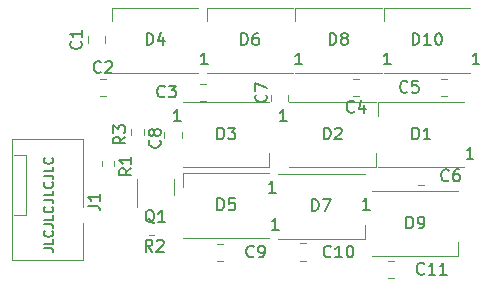
<source format=gbr>
%TF.GenerationSoftware,KiCad,Pcbnew,6.0.7-f9a2dced07~116~ubuntu20.04.1*%
%TF.CreationDate,2022-09-29T18:09:13+00:00*%
%TF.ProjectId,RGB,5247422e-6b69-4636-9164-5f7063625858,rev?*%
%TF.SameCoordinates,Original*%
%TF.FileFunction,Legend,Top*%
%TF.FilePolarity,Positive*%
%FSLAX46Y46*%
G04 Gerber Fmt 4.6, Leading zero omitted, Abs format (unit mm)*
G04 Created by KiCad (PCBNEW 6.0.7-f9a2dced07~116~ubuntu20.04.1) date 2022-09-29 18:09:13*
%MOMM*%
%LPD*%
G01*
G04 APERTURE LIST*
%ADD10C,0.150000*%
%ADD11C,0.120000*%
G04 APERTURE END LIST*
D10*
X106061904Y-99695238D02*
X106633333Y-99695238D01*
X106747619Y-99733333D01*
X106823809Y-99809523D01*
X106861904Y-99923809D01*
X106861904Y-100000000D01*
X106861904Y-98933333D02*
X106861904Y-99314285D01*
X106061904Y-99314285D01*
X106785714Y-98209523D02*
X106823809Y-98247619D01*
X106861904Y-98361904D01*
X106861904Y-98438095D01*
X106823809Y-98552380D01*
X106747619Y-98628571D01*
X106671428Y-98666666D01*
X106519047Y-98704761D01*
X106404761Y-98704761D01*
X106252380Y-98666666D01*
X106176190Y-98628571D01*
X106100000Y-98552380D01*
X106061904Y-98438095D01*
X106061904Y-98361904D01*
X106100000Y-98247619D01*
X106138095Y-98209523D01*
X106061904Y-97638095D02*
X106633333Y-97638095D01*
X106747619Y-97676190D01*
X106823809Y-97752380D01*
X106861904Y-97866666D01*
X106861904Y-97942857D01*
X106861904Y-96876190D02*
X106861904Y-97257142D01*
X106061904Y-97257142D01*
X106785714Y-96152380D02*
X106823809Y-96190476D01*
X106861904Y-96304761D01*
X106861904Y-96380952D01*
X106823809Y-96495238D01*
X106747619Y-96571428D01*
X106671428Y-96609523D01*
X106519047Y-96647619D01*
X106404761Y-96647619D01*
X106252380Y-96609523D01*
X106176190Y-96571428D01*
X106100000Y-96495238D01*
X106061904Y-96380952D01*
X106061904Y-96304761D01*
X106100000Y-96190476D01*
X106138095Y-96152380D01*
X106061904Y-95580952D02*
X106633333Y-95580952D01*
X106747619Y-95619047D01*
X106823809Y-95695238D01*
X106861904Y-95809523D01*
X106861904Y-95885714D01*
X106861904Y-94819047D02*
X106861904Y-95200000D01*
X106061904Y-95200000D01*
X106785714Y-94095238D02*
X106823809Y-94133333D01*
X106861904Y-94247619D01*
X106861904Y-94323809D01*
X106823809Y-94438095D01*
X106747619Y-94514285D01*
X106671428Y-94552380D01*
X106519047Y-94590476D01*
X106404761Y-94590476D01*
X106252380Y-94552380D01*
X106176190Y-94514285D01*
X106100000Y-94438095D01*
X106061904Y-94323809D01*
X106061904Y-94247619D01*
X106100000Y-94133333D01*
X106138095Y-94095238D01*
X106061904Y-93523809D02*
X106633333Y-93523809D01*
X106747619Y-93561904D01*
X106823809Y-93638095D01*
X106861904Y-93752380D01*
X106861904Y-93828571D01*
X106861904Y-92761904D02*
X106861904Y-93142857D01*
X106061904Y-93142857D01*
X106785714Y-92038095D02*
X106823809Y-92076190D01*
X106861904Y-92190476D01*
X106861904Y-92266666D01*
X106823809Y-92380952D01*
X106747619Y-92457142D01*
X106671428Y-92495238D01*
X106519047Y-92533333D01*
X106404761Y-92533333D01*
X106252380Y-92495238D01*
X106176190Y-92457142D01*
X106100000Y-92380952D01*
X106061904Y-92266666D01*
X106061904Y-92190476D01*
X106100000Y-92076190D01*
X106138095Y-92038095D01*
%TO.C,R3*%
X112952380Y-90228924D02*
X112476190Y-90562258D01*
X112952380Y-90800353D02*
X111952380Y-90800353D01*
X111952380Y-90419400D01*
X112000000Y-90324162D01*
X112047619Y-90276543D01*
X112142857Y-90228924D01*
X112285714Y-90228924D01*
X112380952Y-90276543D01*
X112428571Y-90324162D01*
X112476190Y-90419400D01*
X112476190Y-90800353D01*
X111952380Y-89895591D02*
X111952380Y-89276543D01*
X112333333Y-89609877D01*
X112333333Y-89467019D01*
X112380952Y-89371781D01*
X112428571Y-89324162D01*
X112523809Y-89276543D01*
X112761904Y-89276543D01*
X112857142Y-89324162D01*
X112904761Y-89371781D01*
X112952380Y-89467019D01*
X112952380Y-89752734D01*
X112904761Y-89847972D01*
X112857142Y-89895591D01*
%TO.C,R2*%
X115245591Y-99952380D02*
X114912258Y-99476190D01*
X114674162Y-99952380D02*
X114674162Y-98952380D01*
X115055115Y-98952380D01*
X115150353Y-99000000D01*
X115197972Y-99047619D01*
X115245591Y-99142857D01*
X115245591Y-99285714D01*
X115197972Y-99380952D01*
X115150353Y-99428571D01*
X115055115Y-99476190D01*
X114674162Y-99476190D01*
X115626543Y-99047619D02*
X115674162Y-99000000D01*
X115769400Y-98952380D01*
X116007496Y-98952380D01*
X116102734Y-99000000D01*
X116150353Y-99047619D01*
X116197972Y-99142857D01*
X116197972Y-99238095D01*
X116150353Y-99380952D01*
X115578924Y-99952380D01*
X116197972Y-99952380D01*
%TO.C,R1*%
X113452380Y-92903924D02*
X112976190Y-93237258D01*
X113452380Y-93475353D02*
X112452380Y-93475353D01*
X112452380Y-93094400D01*
X112500000Y-92999162D01*
X112547619Y-92951543D01*
X112642857Y-92903924D01*
X112785714Y-92903924D01*
X112880952Y-92951543D01*
X112928571Y-92999162D01*
X112976190Y-93094400D01*
X112976190Y-93475353D01*
X113452380Y-91951543D02*
X113452380Y-92522972D01*
X113452380Y-92237258D02*
X112452380Y-92237258D01*
X112595238Y-92332496D01*
X112690476Y-92427734D01*
X112738095Y-92522972D01*
%TO.C,Q1*%
X115404761Y-97547619D02*
X115309523Y-97500000D01*
X115214285Y-97404761D01*
X115071428Y-97261904D01*
X114976190Y-97214285D01*
X114880952Y-97214285D01*
X114928571Y-97452380D02*
X114833333Y-97404761D01*
X114738095Y-97309523D01*
X114690476Y-97119047D01*
X114690476Y-96785714D01*
X114738095Y-96595238D01*
X114833333Y-96500000D01*
X114928571Y-96452380D01*
X115119047Y-96452380D01*
X115214285Y-96500000D01*
X115309523Y-96595238D01*
X115357142Y-96785714D01*
X115357142Y-97119047D01*
X115309523Y-97309523D01*
X115214285Y-97404761D01*
X115119047Y-97452380D01*
X114928571Y-97452380D01*
X116309523Y-97452380D02*
X115738095Y-97452380D01*
X116023809Y-97452380D02*
X116023809Y-96452380D01*
X115928571Y-96595238D01*
X115833333Y-96690476D01*
X115738095Y-96738095D01*
%TO.C,J1*%
X109802380Y-96083333D02*
X110516666Y-96083333D01*
X110659523Y-96130952D01*
X110754761Y-96226190D01*
X110802380Y-96369047D01*
X110802380Y-96464285D01*
X110802380Y-95083333D02*
X110802380Y-95654761D01*
X110802380Y-95369047D02*
X109802380Y-95369047D01*
X109945238Y-95464285D01*
X110040476Y-95559523D01*
X110088095Y-95654761D01*
%TO.C,D10*%
X137285714Y-82452380D02*
X137285714Y-81452380D01*
X137523809Y-81452380D01*
X137666666Y-81500000D01*
X137761904Y-81595238D01*
X137809523Y-81690476D01*
X137857142Y-81880952D01*
X137857142Y-82023809D01*
X137809523Y-82214285D01*
X137761904Y-82309523D01*
X137666666Y-82404761D01*
X137523809Y-82452380D01*
X137285714Y-82452380D01*
X138809523Y-82452380D02*
X138238095Y-82452380D01*
X138523809Y-82452380D02*
X138523809Y-81452380D01*
X138428571Y-81595238D01*
X138333333Y-81690476D01*
X138238095Y-81738095D01*
X139428571Y-81452380D02*
X139523809Y-81452380D01*
X139619047Y-81500000D01*
X139666666Y-81547619D01*
X139714285Y-81642857D01*
X139761904Y-81833333D01*
X139761904Y-82071428D01*
X139714285Y-82261904D01*
X139666666Y-82357142D01*
X139619047Y-82404761D01*
X139523809Y-82452380D01*
X139428571Y-82452380D01*
X139333333Y-82404761D01*
X139285714Y-82357142D01*
X139238095Y-82261904D01*
X139190476Y-82071428D01*
X139190476Y-81833333D01*
X139238095Y-81642857D01*
X139285714Y-81547619D01*
X139333333Y-81500000D01*
X139428571Y-81452380D01*
X142935714Y-84102380D02*
X142364285Y-84102380D01*
X142650000Y-84102380D02*
X142650000Y-83102380D01*
X142554761Y-83245238D01*
X142459523Y-83340476D01*
X142364285Y-83388095D01*
%TO.C,D9*%
X136761904Y-98002380D02*
X136761904Y-97002380D01*
X137000000Y-97002380D01*
X137142857Y-97050000D01*
X137238095Y-97145238D01*
X137285714Y-97240476D01*
X137333333Y-97430952D01*
X137333333Y-97573809D01*
X137285714Y-97764285D01*
X137238095Y-97859523D01*
X137142857Y-97954761D01*
X137000000Y-98002380D01*
X136761904Y-98002380D01*
X137809523Y-98002380D02*
X138000000Y-98002380D01*
X138095238Y-97954761D01*
X138142857Y-97907142D01*
X138238095Y-97764285D01*
X138285714Y-97573809D01*
X138285714Y-97192857D01*
X138238095Y-97097619D01*
X138190476Y-97050000D01*
X138095238Y-97002380D01*
X137904761Y-97002380D01*
X137809523Y-97050000D01*
X137761904Y-97097619D01*
X137714285Y-97192857D01*
X137714285Y-97430952D01*
X137761904Y-97526190D01*
X137809523Y-97573809D01*
X137904761Y-97621428D01*
X138095238Y-97621428D01*
X138190476Y-97573809D01*
X138238095Y-97526190D01*
X138285714Y-97430952D01*
X133635714Y-96402380D02*
X133064285Y-96402380D01*
X133350000Y-96402380D02*
X133350000Y-95402380D01*
X133254761Y-95545238D01*
X133159523Y-95640476D01*
X133064285Y-95688095D01*
%TO.C,D8*%
X130261904Y-82452380D02*
X130261904Y-81452380D01*
X130500000Y-81452380D01*
X130642857Y-81500000D01*
X130738095Y-81595238D01*
X130785714Y-81690476D01*
X130833333Y-81880952D01*
X130833333Y-82023809D01*
X130785714Y-82214285D01*
X130738095Y-82309523D01*
X130642857Y-82404761D01*
X130500000Y-82452380D01*
X130261904Y-82452380D01*
X131404761Y-81880952D02*
X131309523Y-81833333D01*
X131261904Y-81785714D01*
X131214285Y-81690476D01*
X131214285Y-81642857D01*
X131261904Y-81547619D01*
X131309523Y-81500000D01*
X131404761Y-81452380D01*
X131595238Y-81452380D01*
X131690476Y-81500000D01*
X131738095Y-81547619D01*
X131785714Y-81642857D01*
X131785714Y-81690476D01*
X131738095Y-81785714D01*
X131690476Y-81833333D01*
X131595238Y-81880952D01*
X131404761Y-81880952D01*
X131309523Y-81928571D01*
X131261904Y-81976190D01*
X131214285Y-82071428D01*
X131214285Y-82261904D01*
X131261904Y-82357142D01*
X131309523Y-82404761D01*
X131404761Y-82452380D01*
X131595238Y-82452380D01*
X131690476Y-82404761D01*
X131738095Y-82357142D01*
X131785714Y-82261904D01*
X131785714Y-82071428D01*
X131738095Y-81976190D01*
X131690476Y-81928571D01*
X131595238Y-81880952D01*
X135435714Y-84102380D02*
X134864285Y-84102380D01*
X135150000Y-84102380D02*
X135150000Y-83102380D01*
X135054761Y-83245238D01*
X134959523Y-83340476D01*
X134864285Y-83388095D01*
%TO.C,D7*%
X128761904Y-96502380D02*
X128761904Y-95502380D01*
X129000000Y-95502380D01*
X129142857Y-95550000D01*
X129238095Y-95645238D01*
X129285714Y-95740476D01*
X129333333Y-95930952D01*
X129333333Y-96073809D01*
X129285714Y-96264285D01*
X129238095Y-96359523D01*
X129142857Y-96454761D01*
X129000000Y-96502380D01*
X128761904Y-96502380D01*
X129666666Y-95502380D02*
X130333333Y-95502380D01*
X129904761Y-96502380D01*
X125700714Y-94957380D02*
X125129285Y-94957380D01*
X125415000Y-94957380D02*
X125415000Y-93957380D01*
X125319761Y-94100238D01*
X125224523Y-94195476D01*
X125129285Y-94243095D01*
%TO.C,D6*%
X122761904Y-82452380D02*
X122761904Y-81452380D01*
X123000000Y-81452380D01*
X123142857Y-81500000D01*
X123238095Y-81595238D01*
X123285714Y-81690476D01*
X123333333Y-81880952D01*
X123333333Y-82023809D01*
X123285714Y-82214285D01*
X123238095Y-82309523D01*
X123142857Y-82404761D01*
X123000000Y-82452380D01*
X122761904Y-82452380D01*
X124190476Y-81452380D02*
X124000000Y-81452380D01*
X123904761Y-81500000D01*
X123857142Y-81547619D01*
X123761904Y-81690476D01*
X123714285Y-81880952D01*
X123714285Y-82261904D01*
X123761904Y-82357142D01*
X123809523Y-82404761D01*
X123904761Y-82452380D01*
X124095238Y-82452380D01*
X124190476Y-82404761D01*
X124238095Y-82357142D01*
X124285714Y-82261904D01*
X124285714Y-82023809D01*
X124238095Y-81928571D01*
X124190476Y-81880952D01*
X124095238Y-81833333D01*
X123904761Y-81833333D01*
X123809523Y-81880952D01*
X123761904Y-81928571D01*
X123714285Y-82023809D01*
X127935714Y-84102380D02*
X127364285Y-84102380D01*
X127650000Y-84102380D02*
X127650000Y-83102380D01*
X127554761Y-83245238D01*
X127459523Y-83340476D01*
X127364285Y-83388095D01*
%TO.C,D5*%
X120761904Y-96452380D02*
X120761904Y-95452380D01*
X121000000Y-95452380D01*
X121142857Y-95500000D01*
X121238095Y-95595238D01*
X121285714Y-95690476D01*
X121333333Y-95880952D01*
X121333333Y-96023809D01*
X121285714Y-96214285D01*
X121238095Y-96309523D01*
X121142857Y-96404761D01*
X121000000Y-96452380D01*
X120761904Y-96452380D01*
X122238095Y-95452380D02*
X121761904Y-95452380D01*
X121714285Y-95928571D01*
X121761904Y-95880952D01*
X121857142Y-95833333D01*
X122095238Y-95833333D01*
X122190476Y-95880952D01*
X122238095Y-95928571D01*
X122285714Y-96023809D01*
X122285714Y-96261904D01*
X122238095Y-96357142D01*
X122190476Y-96404761D01*
X122095238Y-96452380D01*
X121857142Y-96452380D01*
X121761904Y-96404761D01*
X121714285Y-96357142D01*
X125935714Y-98102380D02*
X125364285Y-98102380D01*
X125650000Y-98102380D02*
X125650000Y-97102380D01*
X125554761Y-97245238D01*
X125459523Y-97340476D01*
X125364285Y-97388095D01*
%TO.C,D4*%
X114761904Y-82452380D02*
X114761904Y-81452380D01*
X115000000Y-81452380D01*
X115142857Y-81500000D01*
X115238095Y-81595238D01*
X115285714Y-81690476D01*
X115333333Y-81880952D01*
X115333333Y-82023809D01*
X115285714Y-82214285D01*
X115238095Y-82309523D01*
X115142857Y-82404761D01*
X115000000Y-82452380D01*
X114761904Y-82452380D01*
X116190476Y-81785714D02*
X116190476Y-82452380D01*
X115952380Y-81404761D02*
X115714285Y-82119047D01*
X116333333Y-82119047D01*
X119935714Y-84102380D02*
X119364285Y-84102380D01*
X119650000Y-84102380D02*
X119650000Y-83102380D01*
X119554761Y-83245238D01*
X119459523Y-83340476D01*
X119364285Y-83388095D01*
%TO.C,D3*%
X120761904Y-90452380D02*
X120761904Y-89452380D01*
X121000000Y-89452380D01*
X121142857Y-89500000D01*
X121238095Y-89595238D01*
X121285714Y-89690476D01*
X121333333Y-89880952D01*
X121333333Y-90023809D01*
X121285714Y-90214285D01*
X121238095Y-90309523D01*
X121142857Y-90404761D01*
X121000000Y-90452380D01*
X120761904Y-90452380D01*
X121666666Y-89452380D02*
X122285714Y-89452380D01*
X121952380Y-89833333D01*
X122095238Y-89833333D01*
X122190476Y-89880952D01*
X122238095Y-89928571D01*
X122285714Y-90023809D01*
X122285714Y-90261904D01*
X122238095Y-90357142D01*
X122190476Y-90404761D01*
X122095238Y-90452380D01*
X121809523Y-90452380D01*
X121714285Y-90404761D01*
X121666666Y-90357142D01*
X117635714Y-88902380D02*
X117064285Y-88902380D01*
X117350000Y-88902380D02*
X117350000Y-87902380D01*
X117254761Y-88045238D01*
X117159523Y-88140476D01*
X117064285Y-88188095D01*
%TO.C,D2*%
X129761904Y-90452380D02*
X129761904Y-89452380D01*
X130000000Y-89452380D01*
X130142857Y-89500000D01*
X130238095Y-89595238D01*
X130285714Y-89690476D01*
X130333333Y-89880952D01*
X130333333Y-90023809D01*
X130285714Y-90214285D01*
X130238095Y-90309523D01*
X130142857Y-90404761D01*
X130000000Y-90452380D01*
X129761904Y-90452380D01*
X130714285Y-89547619D02*
X130761904Y-89500000D01*
X130857142Y-89452380D01*
X131095238Y-89452380D01*
X131190476Y-89500000D01*
X131238095Y-89547619D01*
X131285714Y-89642857D01*
X131285714Y-89738095D01*
X131238095Y-89880952D01*
X130666666Y-90452380D01*
X131285714Y-90452380D01*
X126635714Y-88902380D02*
X126064285Y-88902380D01*
X126350000Y-88902380D02*
X126350000Y-87902380D01*
X126254761Y-88045238D01*
X126159523Y-88140476D01*
X126064285Y-88188095D01*
%TO.C,D1*%
X137261904Y-90452380D02*
X137261904Y-89452380D01*
X137500000Y-89452380D01*
X137642857Y-89500000D01*
X137738095Y-89595238D01*
X137785714Y-89690476D01*
X137833333Y-89880952D01*
X137833333Y-90023809D01*
X137785714Y-90214285D01*
X137738095Y-90309523D01*
X137642857Y-90404761D01*
X137500000Y-90452380D01*
X137261904Y-90452380D01*
X138785714Y-90452380D02*
X138214285Y-90452380D01*
X138500000Y-90452380D02*
X138500000Y-89452380D01*
X138404761Y-89595238D01*
X138309523Y-89690476D01*
X138214285Y-89738095D01*
X142435714Y-92102380D02*
X141864285Y-92102380D01*
X142150000Y-92102380D02*
X142150000Y-91102380D01*
X142054761Y-91245238D01*
X141959523Y-91340476D01*
X141864285Y-91388095D01*
%TO.C,C11*%
X138257142Y-101807142D02*
X138209523Y-101854761D01*
X138066666Y-101902380D01*
X137971428Y-101902380D01*
X137828571Y-101854761D01*
X137733333Y-101759523D01*
X137685714Y-101664285D01*
X137638095Y-101473809D01*
X137638095Y-101330952D01*
X137685714Y-101140476D01*
X137733333Y-101045238D01*
X137828571Y-100950000D01*
X137971428Y-100902380D01*
X138066666Y-100902380D01*
X138209523Y-100950000D01*
X138257142Y-100997619D01*
X139209523Y-101902380D02*
X138638095Y-101902380D01*
X138923809Y-101902380D02*
X138923809Y-100902380D01*
X138828571Y-101045238D01*
X138733333Y-101140476D01*
X138638095Y-101188095D01*
X140161904Y-101902380D02*
X139590476Y-101902380D01*
X139876190Y-101902380D02*
X139876190Y-100902380D01*
X139780952Y-101045238D01*
X139685714Y-101140476D01*
X139590476Y-101188095D01*
%TO.C,C10*%
X130357142Y-100357142D02*
X130309523Y-100404761D01*
X130166666Y-100452380D01*
X130071428Y-100452380D01*
X129928571Y-100404761D01*
X129833333Y-100309523D01*
X129785714Y-100214285D01*
X129738095Y-100023809D01*
X129738095Y-99880952D01*
X129785714Y-99690476D01*
X129833333Y-99595238D01*
X129928571Y-99500000D01*
X130071428Y-99452380D01*
X130166666Y-99452380D01*
X130309523Y-99500000D01*
X130357142Y-99547619D01*
X131309523Y-100452380D02*
X130738095Y-100452380D01*
X131023809Y-100452380D02*
X131023809Y-99452380D01*
X130928571Y-99595238D01*
X130833333Y-99690476D01*
X130738095Y-99738095D01*
X131928571Y-99452380D02*
X132023809Y-99452380D01*
X132119047Y-99500000D01*
X132166666Y-99547619D01*
X132214285Y-99642857D01*
X132261904Y-99833333D01*
X132261904Y-100071428D01*
X132214285Y-100261904D01*
X132166666Y-100357142D01*
X132119047Y-100404761D01*
X132023809Y-100452380D01*
X131928571Y-100452380D01*
X131833333Y-100404761D01*
X131785714Y-100357142D01*
X131738095Y-100261904D01*
X131690476Y-100071428D01*
X131690476Y-99833333D01*
X131738095Y-99642857D01*
X131785714Y-99547619D01*
X131833333Y-99500000D01*
X131928571Y-99452380D01*
%TO.C,C9*%
X123833333Y-100357142D02*
X123785714Y-100404761D01*
X123642857Y-100452380D01*
X123547619Y-100452380D01*
X123404761Y-100404761D01*
X123309523Y-100309523D01*
X123261904Y-100214285D01*
X123214285Y-100023809D01*
X123214285Y-99880952D01*
X123261904Y-99690476D01*
X123309523Y-99595238D01*
X123404761Y-99500000D01*
X123547619Y-99452380D01*
X123642857Y-99452380D01*
X123785714Y-99500000D01*
X123833333Y-99547619D01*
X124309523Y-100452380D02*
X124500000Y-100452380D01*
X124595238Y-100404761D01*
X124642857Y-100357142D01*
X124738095Y-100214285D01*
X124785714Y-100023809D01*
X124785714Y-99642857D01*
X124738095Y-99547619D01*
X124690476Y-99500000D01*
X124595238Y-99452380D01*
X124404761Y-99452380D01*
X124309523Y-99500000D01*
X124261904Y-99547619D01*
X124214285Y-99642857D01*
X124214285Y-99880952D01*
X124261904Y-99976190D01*
X124309523Y-100023809D01*
X124404761Y-100071428D01*
X124595238Y-100071428D01*
X124690476Y-100023809D01*
X124738095Y-99976190D01*
X124785714Y-99880952D01*
%TO.C,C8*%
X115857142Y-90527918D02*
X115904761Y-90575537D01*
X115952380Y-90718394D01*
X115952380Y-90813632D01*
X115904761Y-90956490D01*
X115809523Y-91051728D01*
X115714285Y-91099347D01*
X115523809Y-91146966D01*
X115380952Y-91146966D01*
X115190476Y-91099347D01*
X115095238Y-91051728D01*
X115000000Y-90956490D01*
X114952380Y-90813632D01*
X114952380Y-90718394D01*
X115000000Y-90575537D01*
X115047619Y-90527918D01*
X115380952Y-89956490D02*
X115333333Y-90051728D01*
X115285714Y-90099347D01*
X115190476Y-90146966D01*
X115142857Y-90146966D01*
X115047619Y-90099347D01*
X115000000Y-90051728D01*
X114952380Y-89956490D01*
X114952380Y-89766013D01*
X115000000Y-89670775D01*
X115047619Y-89623156D01*
X115142857Y-89575537D01*
X115190476Y-89575537D01*
X115285714Y-89623156D01*
X115333333Y-89670775D01*
X115380952Y-89766013D01*
X115380952Y-89956490D01*
X115428571Y-90051728D01*
X115476190Y-90099347D01*
X115571428Y-90146966D01*
X115761904Y-90146966D01*
X115857142Y-90099347D01*
X115904761Y-90051728D01*
X115952380Y-89956490D01*
X115952380Y-89766013D01*
X115904761Y-89670775D01*
X115857142Y-89623156D01*
X115761904Y-89575537D01*
X115571428Y-89575537D01*
X115476190Y-89623156D01*
X115428571Y-89670775D01*
X115380952Y-89766013D01*
%TO.C,C7*%
X124857142Y-86666666D02*
X124904761Y-86714285D01*
X124952380Y-86857142D01*
X124952380Y-86952380D01*
X124904761Y-87095238D01*
X124809523Y-87190476D01*
X124714285Y-87238095D01*
X124523809Y-87285714D01*
X124380952Y-87285714D01*
X124190476Y-87238095D01*
X124095238Y-87190476D01*
X124000000Y-87095238D01*
X123952380Y-86952380D01*
X123952380Y-86857142D01*
X124000000Y-86714285D01*
X124047619Y-86666666D01*
X123952380Y-86333333D02*
X123952380Y-85666666D01*
X124952380Y-86095238D01*
%TO.C,C6*%
X140333333Y-93907142D02*
X140285714Y-93954761D01*
X140142857Y-94002380D01*
X140047619Y-94002380D01*
X139904761Y-93954761D01*
X139809523Y-93859523D01*
X139761904Y-93764285D01*
X139714285Y-93573809D01*
X139714285Y-93430952D01*
X139761904Y-93240476D01*
X139809523Y-93145238D01*
X139904761Y-93050000D01*
X140047619Y-93002380D01*
X140142857Y-93002380D01*
X140285714Y-93050000D01*
X140333333Y-93097619D01*
X141190476Y-93002380D02*
X141000000Y-93002380D01*
X140904761Y-93050000D01*
X140857142Y-93097619D01*
X140761904Y-93240476D01*
X140714285Y-93430952D01*
X140714285Y-93811904D01*
X140761904Y-93907142D01*
X140809523Y-93954761D01*
X140904761Y-94002380D01*
X141095238Y-94002380D01*
X141190476Y-93954761D01*
X141238095Y-93907142D01*
X141285714Y-93811904D01*
X141285714Y-93573809D01*
X141238095Y-93478571D01*
X141190476Y-93430952D01*
X141095238Y-93383333D01*
X140904761Y-93383333D01*
X140809523Y-93430952D01*
X140761904Y-93478571D01*
X140714285Y-93573809D01*
%TO.C,C5*%
X136833333Y-86407142D02*
X136785714Y-86454761D01*
X136642857Y-86502380D01*
X136547619Y-86502380D01*
X136404761Y-86454761D01*
X136309523Y-86359523D01*
X136261904Y-86264285D01*
X136214285Y-86073809D01*
X136214285Y-85930952D01*
X136261904Y-85740476D01*
X136309523Y-85645238D01*
X136404761Y-85550000D01*
X136547619Y-85502380D01*
X136642857Y-85502380D01*
X136785714Y-85550000D01*
X136833333Y-85597619D01*
X137738095Y-85502380D02*
X137261904Y-85502380D01*
X137214285Y-85978571D01*
X137261904Y-85930952D01*
X137357142Y-85883333D01*
X137595238Y-85883333D01*
X137690476Y-85930952D01*
X137738095Y-85978571D01*
X137785714Y-86073809D01*
X137785714Y-86311904D01*
X137738095Y-86407142D01*
X137690476Y-86454761D01*
X137595238Y-86502380D01*
X137357142Y-86502380D01*
X137261904Y-86454761D01*
X137214285Y-86407142D01*
%TO.C,C4*%
X132333333Y-88087142D02*
X132285714Y-88134761D01*
X132142857Y-88182380D01*
X132047619Y-88182380D01*
X131904761Y-88134761D01*
X131809523Y-88039523D01*
X131761904Y-87944285D01*
X131714285Y-87753809D01*
X131714285Y-87610952D01*
X131761904Y-87420476D01*
X131809523Y-87325238D01*
X131904761Y-87230000D01*
X132047619Y-87182380D01*
X132142857Y-87182380D01*
X132285714Y-87230000D01*
X132333333Y-87277619D01*
X133190476Y-87515714D02*
X133190476Y-88182380D01*
X132952380Y-87134761D02*
X132714285Y-87849047D01*
X133333333Y-87849047D01*
%TO.C,C3*%
X116283333Y-86807142D02*
X116235714Y-86854761D01*
X116092857Y-86902380D01*
X115997619Y-86902380D01*
X115854761Y-86854761D01*
X115759523Y-86759523D01*
X115711904Y-86664285D01*
X115664285Y-86473809D01*
X115664285Y-86330952D01*
X115711904Y-86140476D01*
X115759523Y-86045238D01*
X115854761Y-85950000D01*
X115997619Y-85902380D01*
X116092857Y-85902380D01*
X116235714Y-85950000D01*
X116283333Y-85997619D01*
X116616666Y-85902380D02*
X117235714Y-85902380D01*
X116902380Y-86283333D01*
X117045238Y-86283333D01*
X117140476Y-86330952D01*
X117188095Y-86378571D01*
X117235714Y-86473809D01*
X117235714Y-86711904D01*
X117188095Y-86807142D01*
X117140476Y-86854761D01*
X117045238Y-86902380D01*
X116759523Y-86902380D01*
X116664285Y-86854761D01*
X116616666Y-86807142D01*
%TO.C,C2*%
X110883333Y-84727142D02*
X110835714Y-84774761D01*
X110692857Y-84822380D01*
X110597619Y-84822380D01*
X110454761Y-84774761D01*
X110359523Y-84679523D01*
X110311904Y-84584285D01*
X110264285Y-84393809D01*
X110264285Y-84250952D01*
X110311904Y-84060476D01*
X110359523Y-83965238D01*
X110454761Y-83870000D01*
X110597619Y-83822380D01*
X110692857Y-83822380D01*
X110835714Y-83870000D01*
X110883333Y-83917619D01*
X111264285Y-83917619D02*
X111311904Y-83870000D01*
X111407142Y-83822380D01*
X111645238Y-83822380D01*
X111740476Y-83870000D01*
X111788095Y-83917619D01*
X111835714Y-84012857D01*
X111835714Y-84108095D01*
X111788095Y-84250952D01*
X111216666Y-84822380D01*
X111835714Y-84822380D01*
%TO.C,C1*%
X109177142Y-82166666D02*
X109224761Y-82214285D01*
X109272380Y-82357142D01*
X109272380Y-82452380D01*
X109224761Y-82595238D01*
X109129523Y-82690476D01*
X109034285Y-82738095D01*
X108843809Y-82785714D01*
X108700952Y-82785714D01*
X108510476Y-82738095D01*
X108415238Y-82690476D01*
X108320000Y-82595238D01*
X108272380Y-82452380D01*
X108272380Y-82357142D01*
X108320000Y-82214285D01*
X108367619Y-82166666D01*
X109272380Y-81214285D02*
X109272380Y-81785714D01*
X109272380Y-81500000D02*
X108272380Y-81500000D01*
X108415238Y-81595238D01*
X108510476Y-81690476D01*
X108558095Y-81785714D01*
D11*
%TO.C,R3*%
X113477500Y-89587742D02*
X113477500Y-90062258D01*
X114522500Y-89587742D02*
X114522500Y-90062258D01*
%TO.C,R2*%
X114937742Y-97477500D02*
X115412258Y-97477500D01*
X114937742Y-98522500D02*
X115412258Y-98522500D01*
%TO.C,R1*%
X112022500Y-92737258D02*
X112022500Y-92262742D01*
X110977500Y-92737258D02*
X110977500Y-92262742D01*
%TO.C,Q1*%
X113940000Y-94500000D02*
X113940000Y-93850000D01*
X117060000Y-94500000D02*
X117060000Y-93850000D01*
X113940000Y-94500000D02*
X113940000Y-96175000D01*
X117060000Y-94500000D02*
X117060000Y-95150000D01*
%TO.C,J1*%
X103400000Y-100700000D02*
X103400000Y-90400000D01*
X104510000Y-91750000D02*
X104510000Y-96830000D01*
X109350000Y-97500000D02*
X109350000Y-100700000D01*
X103500000Y-91750000D02*
X104510000Y-91750000D01*
X104510000Y-96830000D02*
X103500000Y-96830000D01*
X109350000Y-100700000D02*
X103400000Y-100700000D01*
X103400000Y-90400000D02*
X109400000Y-90400000D01*
X109400000Y-90400000D02*
X109400000Y-96150000D01*
%TO.C,D10*%
X142150000Y-84800000D02*
X134850000Y-84800000D01*
X142150000Y-79300000D02*
X134850000Y-79300000D01*
X134850000Y-79300000D02*
X134850000Y-80450000D01*
%TO.C,D9*%
X141150000Y-100300000D02*
X141150000Y-99150000D01*
X133850000Y-100300000D02*
X141150000Y-100300000D01*
X133850000Y-94800000D02*
X141150000Y-94800000D01*
%TO.C,D8*%
X134650000Y-84800000D02*
X127350000Y-84800000D01*
X134650000Y-79300000D02*
X127350000Y-79300000D01*
X127350000Y-79300000D02*
X127350000Y-80450000D01*
%TO.C,D7*%
X125915000Y-93355000D02*
X133215000Y-93355000D01*
X125915000Y-98855000D02*
X133215000Y-98855000D01*
X133215000Y-98855000D02*
X133215000Y-97705000D01*
%TO.C,D6*%
X127150000Y-84800000D02*
X119850000Y-84800000D01*
X127150000Y-79300000D02*
X119850000Y-79300000D01*
X119850000Y-79300000D02*
X119850000Y-80450000D01*
%TO.C,D5*%
X125150000Y-98800000D02*
X117850000Y-98800000D01*
X125150000Y-93300000D02*
X117850000Y-93300000D01*
X117850000Y-93300000D02*
X117850000Y-94450000D01*
%TO.C,D4*%
X119150000Y-84800000D02*
X111850000Y-84800000D01*
X119150000Y-79300000D02*
X111850000Y-79300000D01*
X111850000Y-79300000D02*
X111850000Y-80450000D01*
%TO.C,D3*%
X117850000Y-87300000D02*
X125150000Y-87300000D01*
X117850000Y-92800000D02*
X125150000Y-92800000D01*
X125150000Y-92800000D02*
X125150000Y-91650000D01*
%TO.C,D2*%
X126850000Y-87300000D02*
X134150000Y-87300000D01*
X126850000Y-92800000D02*
X134150000Y-92800000D01*
X134150000Y-92800000D02*
X134150000Y-91650000D01*
%TO.C,D1*%
X141650000Y-92800000D02*
X134350000Y-92800000D01*
X141650000Y-87300000D02*
X134350000Y-87300000D01*
X134350000Y-87300000D02*
X134350000Y-88450000D01*
%TO.C,C11*%
X135188748Y-100765000D02*
X135711252Y-100765000D01*
X135188748Y-102235000D02*
X135711252Y-102235000D01*
%TO.C,C10*%
X127738748Y-100735000D02*
X128261252Y-100735000D01*
X127738748Y-99265000D02*
X128261252Y-99265000D01*
%TO.C,C9*%
X121211252Y-99315000D02*
X120688748Y-99315000D01*
X121211252Y-100785000D02*
X120688748Y-100785000D01*
%TO.C,C8*%
X116265000Y-89838748D02*
X116265000Y-90361252D01*
X117735000Y-89838748D02*
X117735000Y-90361252D01*
%TO.C,C7*%
X125265000Y-86688748D02*
X125265000Y-87211252D01*
X126735000Y-86688748D02*
X126735000Y-87211252D01*
%TO.C,C6*%
X138261252Y-92815000D02*
X137738748Y-92815000D01*
X138261252Y-94285000D02*
X137738748Y-94285000D01*
%TO.C,C5*%
X140211252Y-86785000D02*
X139688748Y-86785000D01*
X140211252Y-85315000D02*
X139688748Y-85315000D01*
%TO.C,C4*%
X132761252Y-85315000D02*
X132238748Y-85315000D01*
X132761252Y-86785000D02*
X132238748Y-86785000D01*
%TO.C,C3*%
X119238748Y-87235000D02*
X119761252Y-87235000D01*
X119238748Y-85765000D02*
X119761252Y-85765000D01*
%TO.C,C2*%
X110788748Y-86785000D02*
X111311252Y-86785000D01*
X110788748Y-85315000D02*
X111311252Y-85315000D01*
%TO.C,C1*%
X111235000Y-82261252D02*
X111235000Y-81738748D01*
X109765000Y-82261252D02*
X109765000Y-81738748D01*
%TD*%
M02*

</source>
